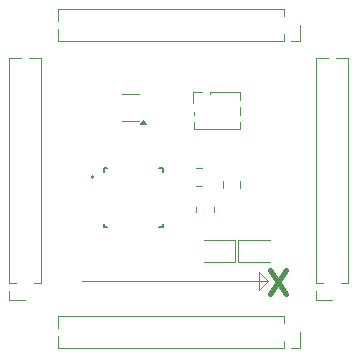
<source format=gbr>
%TF.GenerationSoftware,KiCad,Pcbnew,7.0.11-7.0.11~ubuntu20.04.1*%
%TF.CreationDate,2024-05-21T12:12:53+01:00*%
%TF.ProjectId,crosspoint-switches,63726f73-7370-46f6-996e-742d73776974,rev?*%
%TF.SameCoordinates,Original*%
%TF.FileFunction,Legend,Top*%
%TF.FilePolarity,Positive*%
%FSLAX46Y46*%
G04 Gerber Fmt 4.6, Leading zero omitted, Abs format (unit mm)*
G04 Created by KiCad (PCBNEW 7.0.11-7.0.11~ubuntu20.04.1) date 2024-05-21 12:12:53*
%MOMM*%
%LPD*%
G01*
G04 APERTURE LIST*
%ADD10C,0.100000*%
%ADD11C,0.400000*%
%ADD12C,0.120000*%
%ADD13C,0.127000*%
%ADD14C,0.200000*%
G04 APERTURE END LIST*
D10*
X58800000Y-79200000D02*
X74600000Y-79200000D01*
X73800000Y-78400000D02*
X73800000Y-79900000D01*
X73800000Y-79900000D02*
X74600000Y-79200000D01*
X74600000Y-79200000D02*
X73800000Y-78400000D01*
D11*
X74748871Y-78234438D02*
X76082204Y-80234438D01*
X76082204Y-78234438D02*
X74748871Y-80234438D01*
D12*
%TO.C,J4*%
X75915000Y-82170000D02*
X56805000Y-82170000D01*
X75915000Y-82170000D02*
X75915000Y-82740000D01*
X56805000Y-82170000D02*
X56805000Y-83192470D01*
X77310000Y-83500000D02*
X77310000Y-84830000D01*
X56805000Y-83807530D02*
X56805000Y-84830000D01*
X75915000Y-84260000D02*
X75915000Y-84830000D01*
X77310000Y-84830000D02*
X76550000Y-84830000D01*
X75915000Y-84830000D02*
X56805000Y-84830000D01*
D13*
%TO.C,U1*%
X60690000Y-69625000D02*
X60690000Y-69925000D01*
X60690000Y-69625000D02*
X60990000Y-69625000D01*
X60690000Y-74625000D02*
X60690000Y-74325000D01*
X60690000Y-74625000D02*
X60990000Y-74625000D01*
X65690000Y-69625000D02*
X65390000Y-69625000D01*
X65690000Y-69625000D02*
X65690000Y-69925000D01*
X65690000Y-74625000D02*
X65390000Y-74625000D01*
X65690000Y-74625000D02*
X65690000Y-74325000D01*
D14*
X59815000Y-70375000D02*
G75*
G03*
X59615000Y-70375000I-100000J0D01*
G01*
X59615000Y-70375000D02*
G75*
G03*
X59815000Y-70375000I100000J0D01*
G01*
D12*
%TO.C,C2*%
X68488748Y-69640000D02*
X69011252Y-69640000D01*
X68488748Y-71110000D02*
X69011252Y-71110000D01*
%TO.C,J3*%
X81330000Y-79365000D02*
X81330000Y-60255000D01*
X81330000Y-79365000D02*
X80760000Y-79365000D01*
X81330000Y-60255000D02*
X80307530Y-60255000D01*
X80000000Y-80760000D02*
X78670000Y-80760000D01*
X79692470Y-60255000D02*
X78670000Y-60255000D01*
X79240000Y-79365000D02*
X78670000Y-79365000D01*
X78670000Y-80760000D02*
X78670000Y-80000000D01*
X78670000Y-79365000D02*
X78670000Y-60255000D01*
%TO.C,C1*%
X70765000Y-71261252D02*
X70765000Y-70738748D01*
X72235000Y-71261252D02*
X72235000Y-70738748D01*
%TO.C,D1*%
X71810000Y-77585000D02*
X71810000Y-75665000D01*
X71810000Y-75665000D02*
X69125000Y-75665000D01*
X69125000Y-77585000D02*
X71810000Y-77585000D01*
%TO.C,U2*%
X63630000Y-65635000D02*
X62220000Y-65635000D01*
X63620000Y-63315000D02*
X62220000Y-63315000D01*
X64240000Y-65915000D02*
X63760000Y-65915000D01*
X64000000Y-65585000D01*
X64240000Y-65915000D01*
G36*
X64240000Y-65915000D02*
G01*
X63760000Y-65915000D01*
X64000000Y-65585000D01*
X64240000Y-65915000D01*
G37*
%TO.C,J5*%
X75915000Y-56170000D02*
X56805000Y-56170000D01*
X75915000Y-56170000D02*
X75915000Y-56740000D01*
X56805000Y-56170000D02*
X56805000Y-57192470D01*
X77310000Y-57500000D02*
X77310000Y-58830000D01*
X56805000Y-57807530D02*
X56805000Y-58830000D01*
X75915000Y-58260000D02*
X75915000Y-58830000D01*
X77310000Y-58830000D02*
X76550000Y-58830000D01*
X75915000Y-58830000D02*
X56805000Y-58830000D01*
%TO.C,J6*%
X68305000Y-66345000D02*
X72235000Y-66345000D01*
X68305000Y-66345000D02*
X68305000Y-65702530D01*
X72235000Y-66345000D02*
X72235000Y-65702530D01*
X68305000Y-65087470D02*
X68305000Y-64885000D01*
X72235000Y-65087470D02*
X72235000Y-64432530D01*
X68240000Y-64125000D02*
X68240000Y-63175000D01*
X72235000Y-63817470D02*
X72235000Y-63175000D01*
X69635000Y-63365000D02*
X69635000Y-63175000D01*
X68240000Y-63175000D02*
X69000000Y-63175000D01*
X69635000Y-63175000D02*
X72235000Y-63175000D01*
%TO.C,R1*%
X68515000Y-73352064D02*
X68515000Y-72897936D01*
X69985000Y-73352064D02*
X69985000Y-72897936D01*
%TO.C,D4*%
X72065000Y-75665000D02*
X72065000Y-77585000D01*
X72065000Y-77585000D02*
X74750000Y-77585000D01*
X74750000Y-75665000D02*
X72065000Y-75665000D01*
%TO.C,J2*%
X55330000Y-79365000D02*
X55330000Y-60255000D01*
X55330000Y-79365000D02*
X54760000Y-79365000D01*
X55330000Y-60255000D02*
X54307530Y-60255000D01*
X54000000Y-80760000D02*
X52670000Y-80760000D01*
X53692470Y-60255000D02*
X52670000Y-60255000D01*
X53240000Y-79365000D02*
X52670000Y-79365000D01*
X52670000Y-80760000D02*
X52670000Y-80000000D01*
X52670000Y-79365000D02*
X52670000Y-60255000D01*
%TD*%
M02*

</source>
